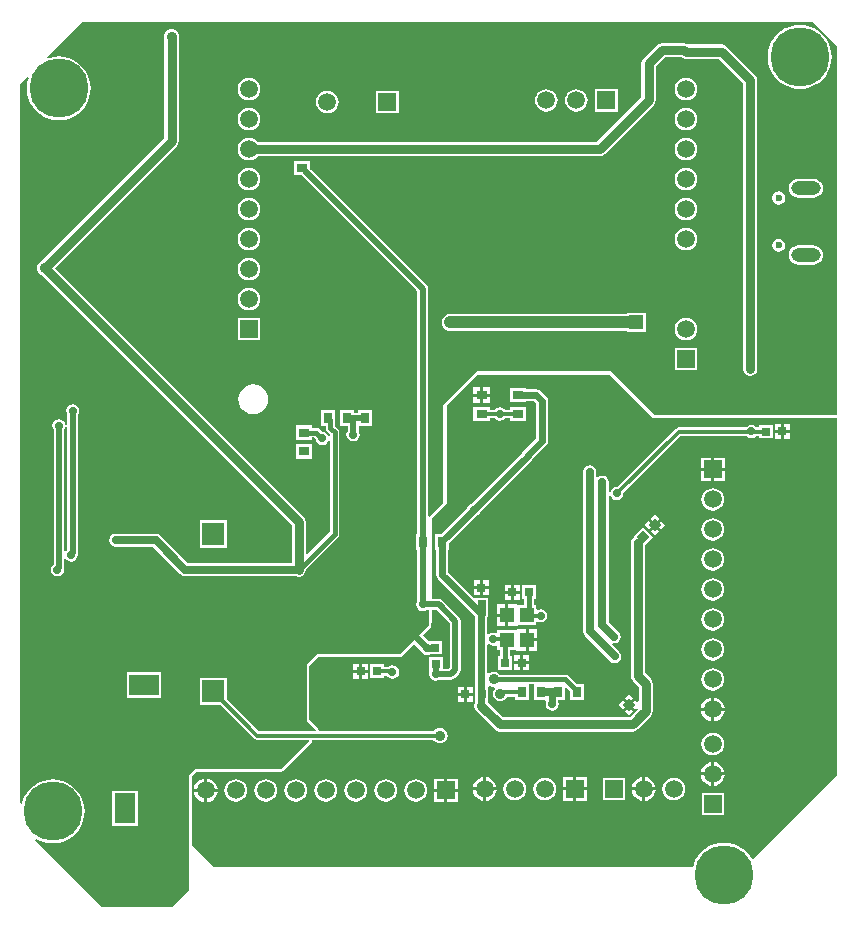
<source format=gbl>
G04*
G04 #@! TF.GenerationSoftware,Altium Limited,Altium Designer,20.0.13 (296)*
G04*
G04 Layer_Physical_Order=2*
G04 Layer_Color=16711680*
%FSLAX44Y44*%
%MOMM*%
G71*
G01*
G75*
%ADD17C,0.4000*%
%ADD18C,0.3000*%
%ADD19C,0.5000*%
%ADD35R,0.8000X0.9650*%
%ADD38R,0.9650X0.8000*%
%ADD39R,0.7620X0.7620*%
%ADD47R,0.7620X0.7620*%
%ADD97C,0.8000*%
%ADD98C,0.7000*%
%ADD99C,1.0000*%
%ADD100C,0.6000*%
%ADD101R,1.5000X1.5000*%
%ADD102C,1.5000*%
%ADD103R,1.5000X1.5000*%
%ADD104C,0.6000*%
%ADD105O,2.5000X1.2000*%
%ADD106C,1.9000*%
%ADD107R,1.9000X1.9000*%
%ADD108R,1.9000X1.9000*%
%ADD109R,1.2000X1.2000*%
%ADD110C,1.2000*%
%ADD111R,2.5000X1.8000*%
%ADD112O,2.5000X1.8000*%
%ADD113R,1.8000X2.5000*%
%ADD114O,1.8000X2.5000*%
%ADD115C,0.7000*%
%ADD116C,0.9000*%
%ADD117C,1.0000*%
%ADD118C,5.0000*%
%ADD119R,1.2000X1.3000*%
%ADD120P,1.0776X4X360.0*%
%ADD121P,1.0776X4X270.0*%
G36*
X663691Y647703D02*
Y335300D01*
X509510D01*
X471510Y373300D01*
X360010D01*
X330760Y344050D01*
Y261300D01*
X319118Y249658D01*
X317848Y250184D01*
Y442550D01*
X317499Y444306D01*
X316504Y445794D01*
X218085Y544214D01*
Y550550D01*
X204435D01*
Y538550D01*
X210771D01*
X308672Y440650D01*
Y234625D01*
X307760D01*
Y220975D01*
X308672D01*
Y178333D01*
X308079Y177446D01*
X307652Y175300D01*
X308079Y173154D01*
X309295Y171335D01*
X311114Y170119D01*
X313260Y169692D01*
X315406Y170119D01*
X316293Y170712D01*
X318510D01*
Y157300D01*
X294260Y133050D01*
X224010D01*
X215260Y124300D01*
Y76550D01*
X222768Y69042D01*
X222282Y67869D01*
X174668D01*
X147390Y95147D01*
Y113100D01*
X124390D01*
Y90100D01*
X142343D01*
X170667Y61777D01*
X171824Y61003D01*
X173190Y60731D01*
X216782D01*
X217268Y59558D01*
X193510Y35800D01*
X120760D01*
X115510Y30550D01*
Y-66700D01*
X101449Y-80761D01*
X41907D01*
X-14717Y-24137D01*
X-13925Y-23133D01*
X-12296Y-24132D01*
X-8369Y-25758D01*
X-4237Y-26750D01*
X0Y-27083D01*
X4237Y-26750D01*
X8369Y-25758D01*
X12296Y-24132D01*
X15919Y-21911D01*
X19151Y-19151D01*
X21911Y-15919D01*
X24132Y-12296D01*
X25758Y-8369D01*
X26750Y-4237D01*
X27083Y0D01*
X26750Y4237D01*
X25758Y8369D01*
X24132Y12296D01*
X21911Y15919D01*
X19151Y19151D01*
X15919Y21911D01*
X12296Y24132D01*
X8369Y25758D01*
X4237Y26750D01*
X0Y27083D01*
X-4237Y26750D01*
X-8369Y25758D01*
X-12296Y24132D01*
X-15919Y21911D01*
X-19151Y19151D01*
X-21911Y15919D01*
X-24132Y12296D01*
X-25758Y8369D01*
X-26151Y6731D01*
X-27421Y6881D01*
Y615953D01*
X-21433Y621941D01*
X-20377Y621236D01*
X-20678Y620509D01*
X-21670Y616377D01*
X-22004Y612140D01*
X-21670Y607903D01*
X-20678Y603771D01*
X-19052Y599844D01*
X-16831Y596221D01*
X-14071Y592989D01*
X-10839Y590229D01*
X-7216Y588008D01*
X-3289Y586382D01*
X843Y585390D01*
X5080Y585056D01*
X9317Y585390D01*
X13449Y586382D01*
X17376Y588008D01*
X20999Y590229D01*
X24231Y592989D01*
X26991Y596221D01*
X29212Y599844D01*
X30838Y603771D01*
X31830Y607903D01*
X32164Y612140D01*
X31830Y616377D01*
X30838Y620509D01*
X29212Y624436D01*
X26991Y628059D01*
X24231Y631291D01*
X20999Y634051D01*
X17376Y636272D01*
X13449Y637898D01*
X9317Y638890D01*
X5080Y639224D01*
X843Y638890D01*
X-3289Y637898D01*
X-4016Y637597D01*
X-4721Y638653D01*
X25397Y668771D01*
X642623D01*
X663691Y647703D01*
D02*
G37*
G36*
X508510Y332800D02*
X663691D01*
Y30481D01*
X592894Y-40316D01*
X591633Y-40167D01*
X590171Y-37781D01*
X587411Y-34549D01*
X584179Y-31789D01*
X580556Y-29568D01*
X576629Y-27942D01*
X572497Y-26950D01*
X568260Y-26616D01*
X564023Y-26950D01*
X559891Y-27942D01*
X555964Y-29568D01*
X552341Y-31789D01*
X549109Y-34549D01*
X546349Y-37781D01*
X544128Y-41404D01*
X542502Y-45331D01*
X542173Y-46700D01*
X135510D01*
X117549Y-28739D01*
Y29705D01*
X121605Y33761D01*
X193510D01*
X193510Y33761D01*
X194290Y33916D01*
X194952Y34358D01*
X218710Y58116D01*
X219152Y58778D01*
X219307Y59558D01*
X219747Y60247D01*
X220301Y60731D01*
X322305D01*
X323124Y59664D01*
X324482Y58622D01*
X326063Y57967D01*
X327760Y57744D01*
X329457Y57967D01*
X331038Y58622D01*
X332396Y59664D01*
X333438Y61022D01*
X334093Y62603D01*
X334316Y64300D01*
X334093Y65997D01*
X333438Y67578D01*
X332396Y68936D01*
X331038Y69978D01*
X329457Y70633D01*
X327760Y70856D01*
X326063Y70633D01*
X324482Y69978D01*
X323124Y68936D01*
X322305Y67869D01*
X225801D01*
X225080Y68585D01*
X224807Y69042D01*
X224652Y69822D01*
X224210Y70484D01*
X224210Y70484D01*
X217299Y77395D01*
Y123455D01*
X224855Y131011D01*
X294260D01*
X295040Y131166D01*
X295702Y131608D01*
X305972Y141878D01*
X311800Y136050D01*
X311829Y135904D01*
X313045Y134085D01*
X314864Y132869D01*
X317010Y132442D01*
X319156Y132869D01*
X319280Y132952D01*
X323286D01*
X323326Y132960D01*
X329816D01*
Y144580D01*
X318196D01*
X318196Y144580D01*
Y144580D01*
X317150Y145119D01*
X313182Y149088D01*
X319952Y155858D01*
X320394Y156520D01*
X320549Y157300D01*
Y159339D01*
X321010Y159800D01*
Y170712D01*
X324860D01*
X336172Y159399D01*
Y121951D01*
X335109Y120888D01*
X330070D01*
Y130610D01*
X318450D01*
Y118990D01*
X318450D01*
X318935Y117720D01*
X318652Y116300D01*
X319079Y114154D01*
X320295Y112335D01*
X322114Y111119D01*
X324260Y110692D01*
X326406Y111119D01*
X327293Y111712D01*
X337010D01*
X338766Y112061D01*
X340254Y113056D01*
X344004Y116806D01*
X344999Y118294D01*
X345348Y120050D01*
Y161300D01*
X344999Y163056D01*
X344004Y164544D01*
X330004Y178544D01*
X328516Y179539D01*
X326760Y179888D01*
X321010D01*
Y248550D01*
X333760Y261300D01*
Y344166D01*
X358894Y369300D01*
X472010D01*
X508510Y332800D01*
D02*
G37*
%LPC*%
G36*
X632460Y665893D02*
X628223Y665560D01*
X624091Y664568D01*
X620164Y662942D01*
X616541Y660721D01*
X613309Y657961D01*
X610549Y654729D01*
X608328Y651106D01*
X606702Y647179D01*
X605710Y643047D01*
X605377Y638810D01*
X605710Y634573D01*
X606702Y630441D01*
X608328Y626514D01*
X610549Y622891D01*
X613309Y619659D01*
X616541Y616899D01*
X620164Y614678D01*
X624091Y613052D01*
X628223Y612060D01*
X632460Y611726D01*
X636697Y612060D01*
X640829Y613052D01*
X644756Y614678D01*
X648379Y616899D01*
X651611Y619659D01*
X654371Y622891D01*
X656592Y626514D01*
X658218Y630441D01*
X659210Y634573D01*
X659544Y638810D01*
X659210Y643047D01*
X658218Y647179D01*
X656592Y651106D01*
X654371Y654729D01*
X651611Y657961D01*
X648379Y660721D01*
X644756Y662942D01*
X640829Y664568D01*
X636697Y665560D01*
X632460Y665893D01*
D02*
G37*
G36*
X536090Y621312D02*
X533610Y620985D01*
X531299Y620028D01*
X529314Y618506D01*
X527792Y616521D01*
X526834Y614210D01*
X526508Y611730D01*
X526834Y609250D01*
X527792Y606939D01*
X529314Y604955D01*
X531299Y603432D01*
X533610Y602475D01*
X536090Y602148D01*
X538570Y602475D01*
X540881Y603432D01*
X542865Y604955D01*
X544388Y606939D01*
X545345Y609250D01*
X545672Y611730D01*
X545345Y614210D01*
X544388Y616521D01*
X542865Y618506D01*
X540881Y620028D01*
X538570Y620985D01*
X536090Y621312D01*
D02*
G37*
G36*
X166090Y621167D02*
X163610Y620840D01*
X161299Y619883D01*
X159314Y618360D01*
X157792Y616376D01*
X156834Y614065D01*
X156508Y611585D01*
X156834Y609105D01*
X157792Y606794D01*
X159314Y604810D01*
X161299Y603287D01*
X163610Y602330D01*
X166090Y602003D01*
X168570Y602330D01*
X170881Y603287D01*
X172865Y604810D01*
X174388Y606794D01*
X175345Y609105D01*
X175672Y611585D01*
X175345Y614065D01*
X174388Y616376D01*
X172865Y618360D01*
X170881Y619883D01*
X168570Y620840D01*
X166090Y621167D01*
D02*
G37*
G36*
X478130Y611480D02*
X459130D01*
Y592480D01*
X478130D01*
Y611480D01*
D02*
G37*
G36*
X443230Y611562D02*
X440750Y611236D01*
X438439Y610278D01*
X436455Y608755D01*
X434932Y606771D01*
X433974Y604460D01*
X433648Y601980D01*
X433974Y599500D01*
X434932Y597189D01*
X436455Y595205D01*
X438439Y593682D01*
X440750Y592724D01*
X443230Y592398D01*
X445710Y592724D01*
X448021Y593682D01*
X450005Y595205D01*
X451528Y597189D01*
X452486Y599500D01*
X452812Y601980D01*
X452486Y604460D01*
X451528Y606771D01*
X450005Y608755D01*
X448021Y610278D01*
X445710Y611236D01*
X443230Y611562D01*
D02*
G37*
G36*
X417830D02*
X415350Y611236D01*
X413039Y610278D01*
X411054Y608755D01*
X409532Y606771D01*
X408574Y604460D01*
X408248Y601980D01*
X408574Y599500D01*
X409532Y597189D01*
X411054Y595205D01*
X413039Y593682D01*
X415350Y592724D01*
X417830Y592398D01*
X420310Y592724D01*
X422621Y593682D01*
X424605Y595205D01*
X426128Y597189D01*
X427085Y599500D01*
X427412Y601980D01*
X427085Y604460D01*
X426128Y606771D01*
X424605Y608755D01*
X422621Y610278D01*
X420310Y611236D01*
X417830Y611562D01*
D02*
G37*
G36*
X292710Y610210D02*
X273710D01*
Y591210D01*
X292710D01*
Y610210D01*
D02*
G37*
G36*
X232410Y610292D02*
X229930Y609966D01*
X227619Y609008D01*
X225634Y607485D01*
X224112Y605501D01*
X223155Y603190D01*
X222828Y600710D01*
X223155Y598230D01*
X224112Y595919D01*
X225634Y593935D01*
X227619Y592412D01*
X229930Y591455D01*
X232410Y591128D01*
X234890Y591455D01*
X237201Y592412D01*
X239185Y593935D01*
X240708Y595919D01*
X241665Y598230D01*
X241992Y600710D01*
X241665Y603190D01*
X240708Y605501D01*
X239185Y607485D01*
X237201Y609008D01*
X234890Y609966D01*
X232410Y610292D01*
D02*
G37*
G36*
X536090Y595912D02*
X533610Y595586D01*
X531299Y594628D01*
X529314Y593106D01*
X527792Y591121D01*
X526834Y588810D01*
X526508Y586330D01*
X526834Y583850D01*
X527792Y581539D01*
X529314Y579555D01*
X531299Y578032D01*
X533610Y577075D01*
X536090Y576748D01*
X538570Y577075D01*
X540881Y578032D01*
X542865Y579555D01*
X544388Y581539D01*
X545345Y583850D01*
X545672Y586330D01*
X545345Y588810D01*
X544388Y591121D01*
X542865Y593106D01*
X540881Y594628D01*
X538570Y595586D01*
X536090Y595912D01*
D02*
G37*
G36*
X166090Y595767D02*
X163610Y595440D01*
X161299Y594483D01*
X159314Y592961D01*
X157792Y590976D01*
X156834Y588665D01*
X156508Y586185D01*
X156834Y583705D01*
X157792Y581394D01*
X159314Y579410D01*
X161299Y577887D01*
X163610Y576930D01*
X166090Y576603D01*
X168570Y576930D01*
X170881Y577887D01*
X172865Y579410D01*
X174388Y581394D01*
X175345Y583705D01*
X175672Y586185D01*
X175345Y588665D01*
X174388Y590976D01*
X172865Y592961D01*
X170881Y594483D01*
X168570Y595440D01*
X166090Y595767D01*
D02*
G37*
G36*
X536090Y570512D02*
X533610Y570186D01*
X531299Y569228D01*
X529314Y567705D01*
X527792Y565721D01*
X526834Y563410D01*
X526508Y560930D01*
X526834Y558450D01*
X527792Y556139D01*
X529314Y554155D01*
X531299Y552632D01*
X533610Y551675D01*
X536090Y551348D01*
X538570Y551675D01*
X540881Y552632D01*
X542865Y554155D01*
X544388Y556139D01*
X545345Y558450D01*
X545672Y560930D01*
X545345Y563410D01*
X544388Y565721D01*
X542865Y567705D01*
X540881Y569228D01*
X538570Y570186D01*
X536090Y570512D01*
D02*
G37*
G36*
Y545112D02*
X533610Y544785D01*
X531299Y543828D01*
X529314Y542305D01*
X527792Y540321D01*
X526834Y538010D01*
X526508Y535530D01*
X526834Y533050D01*
X527792Y530739D01*
X529314Y528755D01*
X531299Y527232D01*
X533610Y526274D01*
X536090Y525948D01*
X538570Y526274D01*
X540881Y527232D01*
X542865Y528755D01*
X544388Y530739D01*
X545345Y533050D01*
X545672Y535530D01*
X545345Y538010D01*
X544388Y540321D01*
X542865Y542305D01*
X540881Y543828D01*
X538570Y544785D01*
X536090Y545112D01*
D02*
G37*
G36*
X166090Y544967D02*
X163610Y544641D01*
X161299Y543683D01*
X159314Y542160D01*
X157792Y540176D01*
X156834Y537865D01*
X156508Y535385D01*
X156834Y532905D01*
X157792Y530594D01*
X159314Y528610D01*
X161299Y527087D01*
X163610Y526130D01*
X166090Y525803D01*
X168570Y526130D01*
X170881Y527087D01*
X172865Y528610D01*
X174388Y530594D01*
X175345Y532905D01*
X175672Y535385D01*
X175345Y537865D01*
X174388Y540176D01*
X172865Y542160D01*
X170881Y543683D01*
X168570Y544641D01*
X166090Y544967D01*
D02*
G37*
G36*
X644040Y535739D02*
X631040D01*
X628952Y535464D01*
X627006Y534658D01*
X625334Y533376D01*
X624052Y531704D01*
X623246Y529758D01*
X622971Y527670D01*
X623246Y525582D01*
X624052Y523635D01*
X625334Y521964D01*
X627006Y520682D01*
X628952Y519876D01*
X631040Y519601D01*
X644040D01*
X646128Y519876D01*
X648074Y520682D01*
X649746Y521964D01*
X651028Y523635D01*
X651834Y525582D01*
X652109Y527670D01*
X651834Y529758D01*
X651028Y531704D01*
X649746Y533376D01*
X648074Y534658D01*
X646128Y535464D01*
X644040Y535739D01*
D02*
G37*
G36*
X614540Y525028D02*
X612394Y524601D01*
X610575Y523385D01*
X609359Y521566D01*
X608932Y519420D01*
X609359Y517274D01*
X610575Y515455D01*
X612394Y514239D01*
X614540Y513812D01*
X616686Y514239D01*
X618505Y515455D01*
X619721Y517274D01*
X620148Y519420D01*
X619721Y521566D01*
X618505Y523385D01*
X616686Y524601D01*
X614540Y525028D01*
D02*
G37*
G36*
X536090Y519712D02*
X533610Y519385D01*
X531299Y518428D01*
X529314Y516906D01*
X527792Y514921D01*
X526834Y512610D01*
X526508Y510130D01*
X526834Y507650D01*
X527792Y505339D01*
X529314Y503355D01*
X531299Y501832D01*
X533610Y500875D01*
X536090Y500548D01*
X538570Y500875D01*
X540881Y501832D01*
X542865Y503355D01*
X544388Y505339D01*
X545345Y507650D01*
X545672Y510130D01*
X545345Y512610D01*
X544388Y514921D01*
X542865Y516906D01*
X540881Y518428D01*
X538570Y519385D01*
X536090Y519712D01*
D02*
G37*
G36*
X166090Y519567D02*
X163610Y519240D01*
X161299Y518283D01*
X159314Y516760D01*
X157792Y514776D01*
X156834Y512465D01*
X156508Y509985D01*
X156834Y507505D01*
X157792Y505194D01*
X159314Y503210D01*
X161299Y501687D01*
X163610Y500730D01*
X166090Y500403D01*
X168570Y500730D01*
X170881Y501687D01*
X172865Y503210D01*
X174388Y505194D01*
X175345Y507505D01*
X175672Y509985D01*
X175345Y512465D01*
X174388Y514776D01*
X172865Y516760D01*
X170881Y518283D01*
X168570Y519240D01*
X166090Y519567D01*
D02*
G37*
G36*
X536090Y494312D02*
X533610Y493985D01*
X531299Y493028D01*
X529314Y491506D01*
X527792Y489521D01*
X526834Y487210D01*
X526508Y484730D01*
X526834Y482250D01*
X527792Y479939D01*
X529314Y477955D01*
X531299Y476432D01*
X533610Y475475D01*
X536090Y475148D01*
X538570Y475475D01*
X540881Y476432D01*
X542865Y477955D01*
X544388Y479939D01*
X545345Y482250D01*
X545672Y484730D01*
X545345Y487210D01*
X544388Y489521D01*
X542865Y491506D01*
X540881Y493028D01*
X538570Y493985D01*
X536090Y494312D01*
D02*
G37*
G36*
X166090Y494167D02*
X163610Y493840D01*
X161299Y492883D01*
X159314Y491361D01*
X157792Y489376D01*
X156834Y487065D01*
X156508Y484585D01*
X156834Y482105D01*
X157792Y479794D01*
X159314Y477810D01*
X161299Y476287D01*
X163610Y475330D01*
X166090Y475003D01*
X168570Y475330D01*
X170881Y476287D01*
X172865Y477810D01*
X174388Y479794D01*
X175345Y482105D01*
X175672Y484585D01*
X175345Y487065D01*
X174388Y489376D01*
X172865Y491361D01*
X170881Y492883D01*
X168570Y493840D01*
X166090Y494167D01*
D02*
G37*
G36*
X614540Y485028D02*
X612394Y484601D01*
X610575Y483385D01*
X609359Y481566D01*
X608932Y479420D01*
X609359Y477274D01*
X610575Y475455D01*
X612394Y474239D01*
X614540Y473812D01*
X616686Y474239D01*
X618505Y475455D01*
X619721Y477274D01*
X620148Y479420D01*
X619721Y481566D01*
X618505Y483385D01*
X616686Y484601D01*
X614540Y485028D01*
D02*
G37*
G36*
X644040Y479239D02*
X631040D01*
X628952Y478964D01*
X627006Y478158D01*
X625334Y476876D01*
X624052Y475205D01*
X623246Y473258D01*
X622971Y471170D01*
X623246Y469082D01*
X624052Y467136D01*
X625334Y465464D01*
X627006Y464182D01*
X628952Y463376D01*
X631040Y463101D01*
X644040D01*
X646128Y463376D01*
X648074Y464182D01*
X649746Y465464D01*
X651028Y467136D01*
X651834Y469082D01*
X652109Y471170D01*
X651834Y473258D01*
X651028Y475205D01*
X649746Y476876D01*
X648074Y478158D01*
X646128Y478964D01*
X644040Y479239D01*
D02*
G37*
G36*
X166090Y468767D02*
X163610Y468441D01*
X161299Y467483D01*
X159314Y465961D01*
X157792Y463976D01*
X156834Y461665D01*
X156508Y459185D01*
X156834Y456705D01*
X157792Y454394D01*
X159314Y452410D01*
X161299Y450887D01*
X163610Y449930D01*
X166090Y449603D01*
X168570Y449930D01*
X170881Y450887D01*
X172865Y452410D01*
X174388Y454394D01*
X175345Y456705D01*
X175672Y459185D01*
X175345Y461665D01*
X174388Y463976D01*
X172865Y465961D01*
X170881Y467483D01*
X168570Y468441D01*
X166090Y468767D01*
D02*
G37*
G36*
Y443367D02*
X163610Y443040D01*
X161299Y442083D01*
X159314Y440560D01*
X157792Y438576D01*
X156834Y436265D01*
X156508Y433785D01*
X156834Y431305D01*
X157792Y428994D01*
X159314Y427010D01*
X161299Y425487D01*
X163610Y424529D01*
X166090Y424203D01*
X168570Y424529D01*
X170881Y425487D01*
X172865Y427010D01*
X174388Y428994D01*
X175345Y431305D01*
X175672Y433785D01*
X175345Y436265D01*
X174388Y438576D01*
X172865Y440560D01*
X170881Y442083D01*
X168570Y443040D01*
X166090Y443367D01*
D02*
G37*
G36*
X502030Y422020D02*
X486030D01*
Y421080D01*
X336540D01*
X334713Y420840D01*
X333010Y420135D01*
X331548Y419012D01*
X330426Y417550D01*
X329720Y415847D01*
X329480Y414020D01*
X329720Y412193D01*
X330426Y410490D01*
X331548Y409028D01*
X333010Y407906D01*
X334713Y407200D01*
X336540Y406960D01*
X486030D01*
Y406020D01*
X502030D01*
Y422020D01*
D02*
G37*
G36*
X536090Y418112D02*
X533610Y417785D01*
X531299Y416828D01*
X529314Y415305D01*
X527792Y413321D01*
X526834Y411010D01*
X526508Y408530D01*
X526834Y406050D01*
X527792Y403739D01*
X529314Y401755D01*
X531299Y400232D01*
X533610Y399275D01*
X536090Y398948D01*
X538570Y399275D01*
X540881Y400232D01*
X542865Y401755D01*
X544388Y403739D01*
X545345Y406050D01*
X545672Y408530D01*
X545345Y411010D01*
X544388Y413321D01*
X542865Y415305D01*
X540881Y416828D01*
X538570Y417785D01*
X536090Y418112D01*
D02*
G37*
G36*
X175590Y417885D02*
X156590D01*
Y398885D01*
X175590D01*
Y417885D01*
D02*
G37*
G36*
X545590Y392630D02*
X526590D01*
Y373630D01*
X545590D01*
Y392630D01*
D02*
G37*
G36*
X534760Y650667D02*
X515760D01*
X513419Y650202D01*
X511434Y648876D01*
X500184Y637626D01*
X498858Y635641D01*
X498392Y633300D01*
Y604834D01*
X460461Y566903D01*
X173370D01*
X172865Y567561D01*
X170881Y569083D01*
X168570Y570041D01*
X166090Y570367D01*
X163610Y570041D01*
X161299Y569083D01*
X159314Y567561D01*
X157792Y565576D01*
X156834Y563265D01*
X156508Y560785D01*
X156834Y558305D01*
X157792Y555994D01*
X159314Y554010D01*
X161299Y552487D01*
X163610Y551530D01*
X166090Y551203D01*
X168570Y551530D01*
X170881Y552487D01*
X172865Y554010D01*
X173370Y554668D01*
X204435D01*
Y554550D01*
X218085D01*
Y554668D01*
X462995D01*
X465336Y555133D01*
X467321Y556459D01*
X508836Y597974D01*
X510162Y599959D01*
X510628Y602300D01*
Y630766D01*
X518294Y638433D01*
X532495D01*
X533669Y637648D01*
X536010Y637183D01*
X564226D01*
X584393Y617016D01*
Y374800D01*
X584858Y372459D01*
X586184Y370474D01*
X588169Y369148D01*
X590510Y368683D01*
X592851Y369148D01*
X594836Y370474D01*
X596162Y372459D01*
X596628Y374800D01*
Y619550D01*
X596162Y621891D01*
X594836Y623876D01*
X571086Y647626D01*
X569101Y648952D01*
X566760Y649417D01*
X538275D01*
X537101Y650202D01*
X534760Y650667D01*
D02*
G37*
G36*
X169590Y361554D02*
X166316Y361123D01*
X163265Y359859D01*
X160646Y357849D01*
X158636Y355229D01*
X157372Y352179D01*
X156941Y348905D01*
X157372Y345631D01*
X158636Y342580D01*
X160646Y339961D01*
X163265Y337951D01*
X166316Y336687D01*
X169590Y336256D01*
X172864Y336687D01*
X175914Y337951D01*
X178534Y339961D01*
X180544Y342580D01*
X181808Y345631D01*
X182239Y348905D01*
X181808Y352179D01*
X180544Y355229D01*
X178534Y357849D01*
X175914Y359859D01*
X172864Y361123D01*
X169590Y361554D01*
D02*
G37*
G36*
X255010Y339875D02*
X243010D01*
Y326225D01*
X249672D01*
Y322083D01*
X249079Y321196D01*
X248652Y319050D01*
X249079Y316904D01*
X250295Y315085D01*
X252114Y313869D01*
X254260Y313442D01*
X256406Y313869D01*
X258225Y315085D01*
X259441Y316904D01*
X259868Y319050D01*
X259441Y321196D01*
X258848Y322083D01*
Y325975D01*
X270260D01*
Y339625D01*
X258260D01*
Y337513D01*
X255010D01*
Y339875D01*
D02*
G37*
G36*
X219835Y310800D02*
X206185D01*
Y298800D01*
X219835D01*
Y310800D01*
D02*
G37*
G36*
X147390Y246450D02*
X124390D01*
Y223450D01*
X147390D01*
Y246450D01*
D02*
G37*
G36*
X16872Y344736D02*
X14726Y344309D01*
X12907Y343093D01*
X11691Y341274D01*
X11264Y339128D01*
X11691Y336982D01*
X12284Y336095D01*
Y221606D01*
X11637Y221173D01*
X11046Y220289D01*
X9776Y220675D01*
Y323595D01*
X10369Y324482D01*
X10796Y326628D01*
X10369Y328774D01*
X9153Y330593D01*
X7334Y331809D01*
X5188Y332236D01*
X3042Y331809D01*
X1223Y330593D01*
X7Y328774D01*
X-420Y326628D01*
X7Y324482D01*
X600Y323595D01*
Y209106D01*
X-47Y208673D01*
X-1263Y206854D01*
X-1690Y204708D01*
X-1263Y202562D01*
X-47Y200743D01*
X1772Y199527D01*
X3918Y199100D01*
X6064Y199527D01*
X7883Y200743D01*
X9099Y202562D01*
X9526Y204708D01*
X9471Y204984D01*
X9776Y206519D01*
Y213741D01*
X11046Y214127D01*
X11637Y213243D01*
X13456Y212027D01*
X15602Y211600D01*
X17748Y212027D01*
X19567Y213243D01*
X20783Y215062D01*
X21210Y217208D01*
X21155Y217484D01*
X21460Y219019D01*
Y336095D01*
X22053Y336982D01*
X22480Y339128D01*
X22053Y341274D01*
X20837Y343093D01*
X19018Y344309D01*
X16872Y344736D01*
D02*
G37*
G36*
X100510Y662606D02*
X98813Y662383D01*
X97232Y661728D01*
X95874Y660686D01*
X94832Y659328D01*
X94177Y657747D01*
X93954Y656050D01*
X94177Y654353D01*
X94392Y653834D01*
Y569834D01*
X-9577Y465864D01*
X-10018Y465682D01*
X-11376Y464640D01*
X-12418Y463282D01*
X-13073Y461701D01*
X-13296Y460004D01*
X-13073Y458307D01*
X-12418Y456726D01*
X-11376Y455368D01*
X-10018Y454326D01*
X-9499Y454111D01*
X202143Y242470D01*
Y210408D01*
X114333D01*
X91067Y233673D01*
X89248Y234889D01*
X87102Y235316D01*
X53352D01*
X51206Y234889D01*
X49387Y233673D01*
X48171Y231854D01*
X47744Y229708D01*
X48171Y227562D01*
X49387Y225743D01*
X51206Y224527D01*
X53352Y224100D01*
X84779D01*
X108045Y200835D01*
X109864Y199619D01*
X112010Y199192D01*
X205853D01*
X205919Y199148D01*
X208260Y198682D01*
X210601Y199148D01*
X212586Y200474D01*
X213912Y202459D01*
X214377Y204800D01*
Y205150D01*
X241394Y232166D01*
X241394Y232166D01*
X242278Y233489D01*
X242588Y235050D01*
Y321300D01*
X242588Y321300D01*
X242278Y322861D01*
X241394Y324184D01*
X241394Y324184D01*
X239088Y326489D01*
Y331050D01*
X239010Y331444D01*
Y339875D01*
X227010D01*
Y326225D01*
X230932D01*
Y324800D01*
X230932Y324800D01*
X231242Y323239D01*
X232126Y321916D01*
X234432Y319611D01*
Y318201D01*
X233281Y317965D01*
X233162Y317990D01*
X231975Y319765D01*
X230156Y320981D01*
X228210Y321368D01*
X225894Y323684D01*
X224571Y324568D01*
X223010Y324878D01*
X223010Y324878D01*
X219835D01*
Y326800D01*
X206185D01*
Y314800D01*
X219835D01*
Y316722D01*
X221321D01*
X222442Y315600D01*
X222829Y313654D01*
X224045Y311835D01*
X225864Y310619D01*
X228010Y310192D01*
X230156Y310619D01*
X231975Y311835D01*
X233162Y313610D01*
X233281Y313635D01*
X234432Y313399D01*
Y236739D01*
X215551Y217859D01*
X214377Y218344D01*
Y245004D01*
X213912Y247345D01*
X212586Y249330D01*
X1889Y460027D01*
X104836Y562974D01*
X106162Y564959D01*
X106628Y567300D01*
Y653834D01*
X106843Y654353D01*
X107066Y656050D01*
X106843Y657747D01*
X106188Y659328D01*
X105146Y660686D01*
X103788Y661728D01*
X102207Y662383D01*
X100510Y662606D01*
D02*
G37*
G36*
X91970Y117680D02*
X62970D01*
Y95680D01*
X91970D01*
Y117680D01*
D02*
G37*
G36*
X71960Y17040D02*
X49960D01*
Y-11960D01*
X71960D01*
Y17040D01*
D02*
G37*
G36*
X370375Y359090D02*
X364280D01*
Y353820D01*
X370375D01*
Y359090D01*
D02*
G37*
G36*
X361740D02*
X355645D01*
Y353820D01*
X361740D01*
Y359090D01*
D02*
G37*
G36*
X370375Y351280D02*
X364280D01*
Y346010D01*
X370375D01*
Y351280D01*
D02*
G37*
G36*
X361740D02*
X355645D01*
Y346010D01*
X361740D01*
Y351280D01*
D02*
G37*
G36*
X369835Y342550D02*
X356185D01*
Y330550D01*
X369835D01*
Y332981D01*
X374280D01*
X374545Y332585D01*
X376364Y331369D01*
X378510Y330942D01*
X380656Y331369D01*
X382475Y332585D01*
X382740Y332981D01*
X387185D01*
Y330550D01*
X400835D01*
Y342550D01*
X387185D01*
Y340119D01*
X382740D01*
X382475Y340515D01*
X380656Y341731D01*
X378510Y342158D01*
X376364Y341731D01*
X374545Y340515D01*
X374280Y340119D01*
X369835D01*
Y342550D01*
D02*
G37*
G36*
X609360Y327460D02*
X597740D01*
Y325219D01*
X595840D01*
X595475Y325765D01*
X593656Y326981D01*
X591510Y327408D01*
X589364Y326981D01*
X587545Y325765D01*
X587179Y325219D01*
X529860D01*
X528494Y324947D01*
X527337Y324173D01*
X477978Y274815D01*
X477510Y274908D01*
X475364Y274481D01*
X473545Y273265D01*
X472329Y271446D01*
X472138Y270484D01*
X470868Y270609D01*
Y278800D01*
X470441Y280946D01*
X469225Y282765D01*
X467406Y283981D01*
X465260Y284408D01*
X463114Y283981D01*
X461388Y282827D01*
X460205Y283096D01*
X460118Y283122D01*
Y287714D01*
X459691Y289860D01*
X458475Y291679D01*
X456656Y292895D01*
X454510Y293322D01*
X452364Y292895D01*
X450545Y291679D01*
X449329Y289860D01*
X448902Y287714D01*
Y152550D01*
X449329Y150404D01*
X450545Y148585D01*
X471795Y127335D01*
X473614Y126119D01*
X475760Y125692D01*
X477906Y126119D01*
X479725Y127335D01*
X480941Y129154D01*
X481368Y131300D01*
X480941Y133446D01*
X479725Y135265D01*
X473491Y141499D01*
X474117Y142670D01*
X475260Y142442D01*
X477406Y142869D01*
X479225Y144085D01*
X480441Y145904D01*
X480868Y148050D01*
X480441Y150196D01*
X479225Y152015D01*
X470868Y160373D01*
Y267991D01*
X472138Y268116D01*
X472329Y267154D01*
X473545Y265335D01*
X475364Y264119D01*
X477510Y263692D01*
X479656Y264119D01*
X481475Y265335D01*
X482691Y267154D01*
X483118Y269300D01*
X483025Y269768D01*
X531338Y318081D01*
X587380D01*
X587545Y317835D01*
X589364Y316619D01*
X591510Y316192D01*
X593656Y316619D01*
X595475Y317835D01*
X595640Y318081D01*
X597740D01*
Y315840D01*
X609360D01*
Y327460D01*
D02*
G37*
G36*
X623870Y328254D02*
X618790D01*
Y323174D01*
X623870D01*
Y328254D01*
D02*
G37*
G36*
X616250D02*
X611170D01*
Y323174D01*
X616250D01*
Y328254D01*
D02*
G37*
G36*
X623870Y320634D02*
X618790D01*
Y315554D01*
X623870D01*
Y320634D01*
D02*
G37*
G36*
X616250D02*
X611170D01*
Y315554D01*
X616250D01*
Y320634D01*
D02*
G37*
G36*
X568840Y299600D02*
X560070D01*
Y290830D01*
X568840D01*
Y299600D01*
D02*
G37*
G36*
X557530D02*
X548760D01*
Y290830D01*
X557530D01*
Y299600D01*
D02*
G37*
G36*
X568840Y288290D02*
X560070D01*
Y279520D01*
X568840D01*
Y288290D01*
D02*
G37*
G36*
X557530D02*
X548760D01*
Y279520D01*
X557530D01*
Y288290D01*
D02*
G37*
G36*
X558800Y273742D02*
X556320Y273416D01*
X554009Y272458D01*
X552024Y270935D01*
X550502Y268951D01*
X549544Y266640D01*
X549218Y264160D01*
X549544Y261680D01*
X550502Y259369D01*
X552024Y257384D01*
X554009Y255862D01*
X556320Y254904D01*
X558800Y254578D01*
X561280Y254904D01*
X563591Y255862D01*
X565575Y257384D01*
X567098Y259369D01*
X568055Y261680D01*
X568382Y264160D01*
X568055Y266640D01*
X567098Y268951D01*
X565575Y270935D01*
X563591Y272458D01*
X561280Y273416D01*
X558800Y273742D01*
D02*
G37*
G36*
X509760Y251530D02*
X506168Y247938D01*
X509760Y244346D01*
X513352Y247938D01*
X509760Y251530D01*
D02*
G37*
G36*
X515148Y246142D02*
X511556Y242550D01*
X515148Y238958D01*
X518740Y242550D01*
X515148Y246142D01*
D02*
G37*
G36*
X504372Y246142D02*
X500780Y242550D01*
X504372Y238958D01*
X507964Y242550D01*
X504372Y246142D01*
D02*
G37*
G36*
X509760Y240754D02*
X506168Y237162D01*
X509760Y233570D01*
X513352Y237162D01*
X509760Y240754D01*
D02*
G37*
G36*
X558800Y248342D02*
X556320Y248015D01*
X554009Y247058D01*
X552024Y245536D01*
X550502Y243551D01*
X549544Y241240D01*
X549218Y238760D01*
X549544Y236280D01*
X550502Y233969D01*
X552024Y231985D01*
X554009Y230462D01*
X556320Y229505D01*
X558800Y229178D01*
X561280Y229505D01*
X563591Y230462D01*
X565575Y231985D01*
X567098Y233969D01*
X568055Y236280D01*
X568382Y238760D01*
X568055Y241240D01*
X567098Y243551D01*
X565575Y245536D01*
X563591Y247058D01*
X561280Y248015D01*
X558800Y248342D01*
D02*
G37*
G36*
Y222942D02*
X556320Y222616D01*
X554009Y221658D01*
X552024Y220135D01*
X550502Y218151D01*
X549544Y215840D01*
X549218Y213360D01*
X549544Y210880D01*
X550502Y208569D01*
X552024Y206585D01*
X554009Y205062D01*
X556320Y204104D01*
X558800Y203778D01*
X561280Y204104D01*
X563591Y205062D01*
X565575Y206585D01*
X567098Y208569D01*
X568055Y210880D01*
X568382Y213360D01*
X568055Y215840D01*
X567098Y218151D01*
X565575Y220135D01*
X563591Y221658D01*
X561280Y222616D01*
X558800Y222942D01*
D02*
G37*
G36*
X369106Y195620D02*
X364026D01*
Y190540D01*
X369106D01*
Y195620D01*
D02*
G37*
G36*
X361486D02*
X356406D01*
Y190540D01*
X361486D01*
Y195620D01*
D02*
G37*
G36*
X395390Y191896D02*
X390310D01*
Y186816D01*
X395390D01*
Y191896D01*
D02*
G37*
G36*
X387770D02*
X382690D01*
Y186816D01*
X387770D01*
Y191896D01*
D02*
G37*
G36*
X369106Y188000D02*
X364026D01*
Y182920D01*
X369106D01*
Y188000D01*
D02*
G37*
G36*
X361486D02*
X356406D01*
Y182920D01*
X361486D01*
Y188000D01*
D02*
G37*
G36*
X395390Y184276D02*
X390310D01*
Y179196D01*
X395390D01*
Y184276D01*
D02*
G37*
G36*
X387770D02*
X382690D01*
Y179196D01*
X387770D01*
Y184276D01*
D02*
G37*
G36*
X558800Y197542D02*
X556320Y197215D01*
X554009Y196258D01*
X552024Y194735D01*
X550502Y192751D01*
X549544Y190440D01*
X549218Y187960D01*
X549544Y185480D01*
X550502Y183169D01*
X552024Y181185D01*
X554009Y179662D01*
X556320Y178704D01*
X558800Y178378D01*
X561280Y178704D01*
X563591Y179662D01*
X565575Y181185D01*
X567098Y183169D01*
X568055Y185480D01*
X568382Y187960D01*
X568055Y190440D01*
X567098Y192751D01*
X565575Y194735D01*
X563591Y196258D01*
X561280Y197215D01*
X558800Y197542D01*
D02*
G37*
G36*
X408820Y191610D02*
X397200D01*
Y179990D01*
X398932D01*
Y174800D01*
X394096Y174800D01*
X393050Y175340D01*
X392464Y175340D01*
X385780D01*
Y166300D01*
Y157260D01*
X393050Y157260D01*
X394096Y157800D01*
X394320Y157800D01*
X409510D01*
Y160177D01*
X410630Y160775D01*
X410864Y160619D01*
X413010Y160192D01*
X415156Y160619D01*
X416975Y161835D01*
X418191Y163654D01*
X418618Y165800D01*
X418191Y167946D01*
X416975Y169765D01*
X415156Y170981D01*
X413010Y171408D01*
X410864Y170981D01*
X410630Y170825D01*
X409510Y171423D01*
Y174800D01*
X407088D01*
Y179990D01*
X408820D01*
Y191610D01*
D02*
G37*
G36*
X383240Y175340D02*
X375970D01*
Y167570D01*
X383240D01*
Y175340D01*
D02*
G37*
G36*
Y165030D02*
X375970D01*
Y157260D01*
X383240D01*
Y165030D01*
D02*
G37*
G36*
X558800Y172142D02*
X556320Y171815D01*
X554009Y170858D01*
X552024Y169335D01*
X550502Y167351D01*
X549544Y165040D01*
X549218Y162560D01*
X549544Y160080D01*
X550502Y157769D01*
X552024Y155785D01*
X554009Y154262D01*
X556320Y153305D01*
X558800Y152978D01*
X561280Y153305D01*
X563591Y154262D01*
X565575Y155785D01*
X567098Y157769D01*
X568055Y160080D01*
X568382Y162560D01*
X568055Y165040D01*
X567098Y167351D01*
X565575Y169335D01*
X563591Y170858D01*
X561280Y171815D01*
X558800Y172142D01*
D02*
G37*
G36*
X402780Y154340D02*
Y146570D01*
X410050D01*
Y154340D01*
X402780D01*
D02*
G37*
G36*
X410050Y144030D02*
X402780D01*
Y136260D01*
X410050D01*
Y144030D01*
D02*
G37*
G36*
X558800Y146742D02*
X556320Y146415D01*
X554009Y145458D01*
X552024Y143935D01*
X550502Y141951D01*
X549544Y139640D01*
X549218Y137160D01*
X549544Y134680D01*
X550502Y132369D01*
X552024Y130385D01*
X554009Y128862D01*
X556320Y127905D01*
X558800Y127578D01*
X561280Y127905D01*
X563591Y128862D01*
X565575Y130385D01*
X567098Y132369D01*
X568055Y134680D01*
X568382Y137160D01*
X568055Y139640D01*
X567098Y141951D01*
X565575Y143935D01*
X563591Y145458D01*
X561280Y146415D01*
X558800Y146742D01*
D02*
G37*
G36*
X403330Y132404D02*
X398250D01*
Y127324D01*
X403330D01*
Y132404D01*
D02*
G37*
G36*
X395710D02*
X390630D01*
Y127324D01*
X395710D01*
Y132404D01*
D02*
G37*
G36*
X266933Y125232D02*
X261853D01*
Y120152D01*
X266933D01*
Y125232D01*
D02*
G37*
G36*
X259313D02*
X254233D01*
Y120152D01*
X259313D01*
Y125232D01*
D02*
G37*
G36*
X403330Y124784D02*
X398250D01*
Y119704D01*
X403330D01*
Y124784D01*
D02*
G37*
G36*
X395710D02*
X390630D01*
Y119704D01*
X395710D01*
Y124784D01*
D02*
G37*
G36*
X266933Y117612D02*
X261853D01*
Y112532D01*
X266933D01*
Y117612D01*
D02*
G37*
G36*
X259313D02*
X254233D01*
Y112532D01*
X259313D01*
Y117612D01*
D02*
G37*
G36*
X280363Y124946D02*
X268743D01*
Y113326D01*
X280363D01*
Y115055D01*
X282997D01*
X283605Y114145D01*
X285424Y112929D01*
X287570Y112502D01*
X289716Y112929D01*
X291535Y114145D01*
X292751Y115964D01*
X293178Y118110D01*
X292751Y120256D01*
X291535Y122075D01*
X289716Y123291D01*
X287570Y123718D01*
X285424Y123291D01*
X283779Y122192D01*
X280363D01*
Y124946D01*
D02*
G37*
G36*
X558800Y121342D02*
X556320Y121016D01*
X554009Y120058D01*
X552024Y118535D01*
X550502Y116551D01*
X549544Y114240D01*
X549218Y111760D01*
X549544Y109280D01*
X550502Y106969D01*
X552024Y104985D01*
X554009Y103462D01*
X556320Y102505D01*
X558800Y102178D01*
X561280Y102505D01*
X563591Y103462D01*
X565575Y104985D01*
X567098Y106969D01*
X568055Y109280D01*
X568382Y111760D01*
X568055Y114240D01*
X567098Y116551D01*
X565575Y118535D01*
X563591Y120058D01*
X561280Y121016D01*
X558800Y121342D01*
D02*
G37*
G36*
X355360Y105400D02*
X350280D01*
Y100320D01*
X355360D01*
Y105400D01*
D02*
G37*
G36*
X347740D02*
X342660D01*
Y100320D01*
X347740D01*
Y105400D01*
D02*
G37*
G36*
X355360Y97780D02*
X350280D01*
Y92700D01*
X355360D01*
Y97780D01*
D02*
G37*
G36*
X347740D02*
X342660D01*
Y92700D01*
X347740D01*
Y97780D01*
D02*
G37*
G36*
X487952Y99479D02*
X484360Y95887D01*
X487952Y92295D01*
X491544Y95887D01*
X487952Y99479D01*
D02*
G37*
G36*
X560070Y96319D02*
Y87630D01*
X568759D01*
X568582Y88981D01*
X567570Y91423D01*
X565961Y93521D01*
X563863Y95130D01*
X561421Y96142D01*
X560070Y96319D01*
D02*
G37*
G36*
X557530D02*
X556179Y96142D01*
X553737Y95130D01*
X551639Y93521D01*
X550030Y91423D01*
X549018Y88981D01*
X548841Y87630D01*
X557530D01*
Y96319D01*
D02*
G37*
G36*
X482564Y94091D02*
X478972Y90499D01*
X482564Y86907D01*
X486156Y90499D01*
X482564Y94091D01*
D02*
G37*
G36*
X487952Y88703D02*
X484360Y85111D01*
X487952Y81518D01*
X491544Y85111D01*
X487952Y88703D01*
D02*
G37*
G36*
X568759Y85090D02*
X560070D01*
Y76401D01*
X561421Y76578D01*
X563863Y77590D01*
X565961Y79199D01*
X567570Y81297D01*
X568582Y83739D01*
X568759Y85090D01*
D02*
G37*
G36*
X557530D02*
X548841D01*
X549018Y83739D01*
X550030Y81297D01*
X551639Y79199D01*
X553737Y77590D01*
X556179Y76578D01*
X557530Y76401D01*
Y85090D01*
D02*
G37*
G36*
X400835Y358550D02*
X387185D01*
Y346550D01*
X400835D01*
Y347452D01*
X407398D01*
X409162Y345688D01*
Y316162D01*
X398655Y305655D01*
X397550Y304001D01*
X397457Y303531D01*
X354479Y260553D01*
X354114Y260481D01*
X352295Y259265D01*
X351079Y257446D01*
X351007Y257081D01*
X328550Y234625D01*
X323760D01*
Y220975D01*
X324662D01*
Y200300D01*
X325050Y198349D01*
X326155Y196695D01*
X357800Y165050D01*
X357822Y164940D01*
Y105114D01*
X357170D01*
Y93494D01*
X357170D01*
X357447Y92224D01*
X357178Y91821D01*
X356712Y89480D01*
X357178Y87139D01*
X358504Y85154D01*
X374234Y69424D01*
X376219Y68098D01*
X378560Y67632D01*
X490960D01*
X493301Y68098D01*
X495286Y69424D01*
X506336Y80474D01*
X507662Y82459D01*
X508128Y84800D01*
Y108300D01*
X507662Y110641D01*
X506336Y112626D01*
X501377Y117584D01*
Y225592D01*
X508278Y232492D01*
X500061Y240709D01*
X491845Y232492D01*
X491845Y232492D01*
X490934Y231876D01*
X490871Y231781D01*
X489608Y229891D01*
X489142Y227550D01*
Y115050D01*
X489608Y112709D01*
X490934Y110724D01*
X495892Y105766D01*
Y93198D01*
X494719Y92712D01*
X493340Y94091D01*
X489748Y90499D01*
X493340Y86907D01*
X493817Y87383D01*
X495195Y86965D01*
X495249Y86691D01*
X488426Y79868D01*
X381094D01*
X368737Y92224D01*
X368790Y93494D01*
X368790D01*
Y105114D01*
X368790D01*
X368777Y105446D01*
X369982Y106122D01*
X371563Y105467D01*
X373260Y105244D01*
X373477Y105272D01*
X374096Y104073D01*
X373332Y103078D01*
X372677Y101497D01*
X372454Y99800D01*
X372677Y98103D01*
X373332Y96522D01*
X374374Y95164D01*
X375732Y94122D01*
X377313Y93467D01*
X379010Y93244D01*
X380707Y93467D01*
X382288Y94122D01*
X383646Y95164D01*
X384688Y96522D01*
X384982Y97231D01*
X391010D01*
Y93975D01*
X403010D01*
X403010Y107625D01*
X404240Y107722D01*
X405780D01*
X407010Y107625D01*
Y93975D01*
X416856D01*
X417460Y93138D01*
X417615Y92705D01*
X417222Y90730D01*
X417649Y88584D01*
X418865Y86765D01*
X420684Y85549D01*
X422830Y85122D01*
X424976Y85549D01*
X426795Y86765D01*
X428011Y88584D01*
X428438Y90730D01*
X428108Y92388D01*
Y93975D01*
X434010D01*
Y104198D01*
X435183Y104684D01*
X438010Y101857D01*
Y93975D01*
X450010D01*
Y107625D01*
X443778D01*
X436719Y114684D01*
X435396Y115568D01*
X433835Y115878D01*
X433835Y115878D01*
X378324D01*
X377896Y116436D01*
X376538Y117478D01*
X374957Y118133D01*
X373260Y118356D01*
X371563Y118133D01*
X369982Y117478D01*
X369288Y116945D01*
X368018Y117571D01*
Y141259D01*
X369288Y141672D01*
X370864Y140619D01*
X373010Y140192D01*
X375156Y140619D01*
X375390Y140775D01*
X376510Y140177D01*
Y136800D01*
X378932D01*
Y131610D01*
X377200D01*
Y119990D01*
X388820D01*
Y131610D01*
X387088D01*
Y136800D01*
X391924Y136800D01*
X392970Y136260D01*
X393556Y136260D01*
X400240D01*
Y145300D01*
Y154340D01*
X392970Y154340D01*
X391924Y153800D01*
X391700Y153800D01*
X376510D01*
Y151423D01*
X375390Y150824D01*
X375156Y150981D01*
X373010Y151408D01*
X370864Y150981D01*
X369288Y149928D01*
X368018Y150340D01*
Y164645D01*
X368191Y164904D01*
X368618Y167050D01*
X368385Y168220D01*
X368820Y169490D01*
X368820D01*
Y181110D01*
X357200D01*
Y181110D01*
X356464Y180805D01*
X334858Y202412D01*
Y220975D01*
X335760D01*
Y227415D01*
X358580Y250235D01*
X360225Y251335D01*
X361325Y252980D01*
X405865Y297520D01*
X406970Y299174D01*
X407063Y299644D01*
X417865Y310445D01*
X418970Y312099D01*
X419358Y314050D01*
Y347800D01*
X418970Y349751D01*
X417865Y351405D01*
X413115Y356155D01*
X411461Y357260D01*
X409510Y357648D01*
X400835D01*
Y358550D01*
D02*
G37*
G36*
X558800Y66732D02*
X556320Y66406D01*
X554009Y65448D01*
X552024Y63925D01*
X550502Y61941D01*
X549544Y59630D01*
X549218Y57150D01*
X549544Y54670D01*
X550502Y52359D01*
X552024Y50374D01*
X554009Y48852D01*
X556320Y47895D01*
X558800Y47568D01*
X561280Y47895D01*
X563591Y48852D01*
X565575Y50374D01*
X567098Y52359D01*
X568055Y54670D01*
X568382Y57150D01*
X568055Y59630D01*
X567098Y61941D01*
X565575Y63925D01*
X563591Y65448D01*
X561280Y66406D01*
X558800Y66732D01*
D02*
G37*
G36*
X560070Y41709D02*
Y33020D01*
X568759D01*
X568582Y34371D01*
X567570Y36813D01*
X565961Y38911D01*
X563863Y40520D01*
X561421Y41532D01*
X560070Y41709D01*
D02*
G37*
G36*
X557530D02*
X556179Y41532D01*
X553737Y40520D01*
X551639Y38911D01*
X550030Y36813D01*
X549018Y34371D01*
X548841Y33020D01*
X557530D01*
Y41709D01*
D02*
G37*
G36*
X568759Y30480D02*
X560070D01*
Y21791D01*
X561421Y21968D01*
X563863Y22980D01*
X565961Y24589D01*
X567570Y26687D01*
X568582Y29129D01*
X568759Y30480D01*
D02*
G37*
G36*
X557530D02*
X548841D01*
X549018Y29129D01*
X550030Y26687D01*
X551639Y24589D01*
X553737Y22980D01*
X556179Y21968D01*
X557530Y21791D01*
Y30480D01*
D02*
G37*
G36*
X452000Y29090D02*
X443230D01*
Y20320D01*
X452000D01*
Y29090D01*
D02*
G37*
G36*
X367030Y29009D02*
Y20320D01*
X375719D01*
X375542Y21671D01*
X374530Y24113D01*
X372921Y26211D01*
X370823Y27820D01*
X368381Y28832D01*
X367030Y29009D01*
D02*
G37*
G36*
X501650D02*
Y20320D01*
X510339D01*
X510162Y21671D01*
X509150Y24113D01*
X507541Y26211D01*
X505443Y27820D01*
X503001Y28832D01*
X501650Y29009D01*
D02*
G37*
G36*
X499110D02*
X497759Y28832D01*
X495317Y27820D01*
X493219Y26211D01*
X491610Y24113D01*
X490598Y21671D01*
X490421Y20320D01*
X499110D01*
Y29009D01*
D02*
G37*
G36*
X364490D02*
X363139Y28832D01*
X360697Y27820D01*
X358599Y26211D01*
X356990Y24113D01*
X355978Y21671D01*
X355801Y20320D01*
X364490D01*
Y29009D01*
D02*
G37*
G36*
X440690Y29090D02*
X431920D01*
Y20320D01*
X440690D01*
Y29090D01*
D02*
G37*
G36*
X342780Y27820D02*
X334010D01*
Y19050D01*
X342780D01*
Y27820D01*
D02*
G37*
G36*
X130810Y27739D02*
Y19050D01*
X139499D01*
X139322Y20401D01*
X138310Y22843D01*
X136701Y24941D01*
X134603Y26550D01*
X132161Y27562D01*
X130810Y27739D01*
D02*
G37*
G36*
X128270D02*
X126919Y27562D01*
X124477Y26550D01*
X122379Y24941D01*
X120770Y22843D01*
X119758Y20401D01*
X119581Y19050D01*
X128270D01*
Y27739D01*
D02*
G37*
G36*
X331470Y27820D02*
X322700D01*
Y19050D01*
X331470D01*
Y27820D01*
D02*
G37*
G36*
X484480Y28550D02*
X465480D01*
Y9550D01*
X484480D01*
Y28550D01*
D02*
G37*
G36*
X525780Y28632D02*
X523300Y28305D01*
X520989Y27348D01*
X519005Y25826D01*
X517482Y23841D01*
X516525Y21530D01*
X516198Y19050D01*
X516525Y16570D01*
X517482Y14259D01*
X519005Y12275D01*
X520989Y10752D01*
X523300Y9794D01*
X525780Y9468D01*
X528260Y9794D01*
X530571Y10752D01*
X532555Y12275D01*
X534078Y14259D01*
X535036Y16570D01*
X535362Y19050D01*
X535036Y21530D01*
X534078Y23841D01*
X532555Y25826D01*
X530571Y27348D01*
X528260Y28305D01*
X525780Y28632D01*
D02*
G37*
G36*
X416560D02*
X414080Y28305D01*
X411769Y27348D01*
X409785Y25826D01*
X408262Y23841D01*
X407304Y21530D01*
X406978Y19050D01*
X407304Y16570D01*
X408262Y14259D01*
X409785Y12275D01*
X411769Y10752D01*
X414080Y9794D01*
X416560Y9468D01*
X419040Y9794D01*
X421351Y10752D01*
X423335Y12275D01*
X424858Y14259D01*
X425816Y16570D01*
X426142Y19050D01*
X425816Y21530D01*
X424858Y23841D01*
X423335Y25826D01*
X421351Y27348D01*
X419040Y28305D01*
X416560Y28632D01*
D02*
G37*
G36*
X391160D02*
X388680Y28305D01*
X386369Y27348D01*
X384384Y25826D01*
X382862Y23841D01*
X381904Y21530D01*
X381578Y19050D01*
X381904Y16570D01*
X382862Y14259D01*
X384384Y12275D01*
X386369Y10752D01*
X388680Y9794D01*
X391160Y9468D01*
X393640Y9794D01*
X395951Y10752D01*
X397935Y12275D01*
X399458Y14259D01*
X400415Y16570D01*
X400742Y19050D01*
X400415Y21530D01*
X399458Y23841D01*
X397935Y25826D01*
X395951Y27348D01*
X393640Y28305D01*
X391160Y28632D01*
D02*
G37*
G36*
X375719Y17780D02*
X367030D01*
Y9091D01*
X368381Y9268D01*
X370823Y10280D01*
X372921Y11889D01*
X374530Y13987D01*
X375542Y16429D01*
X375719Y17780D01*
D02*
G37*
G36*
X510339D02*
X501650D01*
Y9091D01*
X503001Y9268D01*
X505443Y10280D01*
X507541Y11889D01*
X509150Y13987D01*
X510162Y16429D01*
X510339Y17780D01*
D02*
G37*
G36*
X499110D02*
X490421D01*
X490598Y16429D01*
X491610Y13987D01*
X493219Y11889D01*
X495317Y10280D01*
X497759Y9268D01*
X499110Y9091D01*
Y17780D01*
D02*
G37*
G36*
X364490D02*
X355801D01*
X355978Y16429D01*
X356990Y13987D01*
X358599Y11889D01*
X360697Y10280D01*
X363139Y9268D01*
X364490Y9091D01*
Y17780D01*
D02*
G37*
G36*
X452000D02*
X443230D01*
Y9010D01*
X452000D01*
Y17780D01*
D02*
G37*
G36*
X440690D02*
X431920D01*
Y9010D01*
X440690D01*
Y17780D01*
D02*
G37*
G36*
X307340Y27362D02*
X304860Y27036D01*
X302549Y26078D01*
X300565Y24555D01*
X299042Y22571D01*
X298085Y20260D01*
X297758Y17780D01*
X298085Y15300D01*
X299042Y12989D01*
X300565Y11005D01*
X302549Y9482D01*
X304860Y8525D01*
X307340Y8198D01*
X309820Y8525D01*
X312131Y9482D01*
X314116Y11005D01*
X315638Y12989D01*
X316595Y15300D01*
X316922Y17780D01*
X316595Y20260D01*
X315638Y22571D01*
X314116Y24555D01*
X312131Y26078D01*
X309820Y27036D01*
X307340Y27362D01*
D02*
G37*
G36*
X281940D02*
X279460Y27036D01*
X277149Y26078D01*
X275165Y24555D01*
X273642Y22571D01*
X272684Y20260D01*
X272358Y17780D01*
X272684Y15300D01*
X273642Y12989D01*
X275165Y11005D01*
X277149Y9482D01*
X279460Y8525D01*
X281940Y8198D01*
X284420Y8525D01*
X286731Y9482D01*
X288715Y11005D01*
X290238Y12989D01*
X291196Y15300D01*
X291522Y17780D01*
X291196Y20260D01*
X290238Y22571D01*
X288715Y24555D01*
X286731Y26078D01*
X284420Y27036D01*
X281940Y27362D01*
D02*
G37*
G36*
X256540D02*
X254060Y27036D01*
X251749Y26078D01*
X249764Y24555D01*
X248242Y22571D01*
X247285Y20260D01*
X246958Y17780D01*
X247285Y15300D01*
X248242Y12989D01*
X249764Y11005D01*
X251749Y9482D01*
X254060Y8525D01*
X256540Y8198D01*
X259020Y8525D01*
X261331Y9482D01*
X263316Y11005D01*
X264838Y12989D01*
X265795Y15300D01*
X266122Y17780D01*
X265795Y20260D01*
X264838Y22571D01*
X263316Y24555D01*
X261331Y26078D01*
X259020Y27036D01*
X256540Y27362D01*
D02*
G37*
G36*
X231140D02*
X228660Y27036D01*
X226349Y26078D01*
X224364Y24555D01*
X222842Y22571D01*
X221884Y20260D01*
X221558Y17780D01*
X221884Y15300D01*
X222842Y12989D01*
X224364Y11005D01*
X226349Y9482D01*
X228660Y8525D01*
X231140Y8198D01*
X233620Y8525D01*
X235931Y9482D01*
X237915Y11005D01*
X239438Y12989D01*
X240396Y15300D01*
X240722Y17780D01*
X240396Y20260D01*
X239438Y22571D01*
X237915Y24555D01*
X235931Y26078D01*
X233620Y27036D01*
X231140Y27362D01*
D02*
G37*
G36*
X205740D02*
X203260Y27036D01*
X200949Y26078D01*
X198965Y24555D01*
X197442Y22571D01*
X196485Y20260D01*
X196158Y17780D01*
X196485Y15300D01*
X197442Y12989D01*
X198965Y11005D01*
X200949Y9482D01*
X203260Y8525D01*
X205740Y8198D01*
X208220Y8525D01*
X210531Y9482D01*
X212515Y11005D01*
X214038Y12989D01*
X214995Y15300D01*
X215322Y17780D01*
X214995Y20260D01*
X214038Y22571D01*
X212515Y24555D01*
X210531Y26078D01*
X208220Y27036D01*
X205740Y27362D01*
D02*
G37*
G36*
X180340D02*
X177860Y27036D01*
X175549Y26078D01*
X173565Y24555D01*
X172042Y22571D01*
X171084Y20260D01*
X170758Y17780D01*
X171084Y15300D01*
X172042Y12989D01*
X173565Y11005D01*
X175549Y9482D01*
X177860Y8525D01*
X180340Y8198D01*
X182820Y8525D01*
X185131Y9482D01*
X187115Y11005D01*
X188638Y12989D01*
X189596Y15300D01*
X189922Y17780D01*
X189596Y20260D01*
X188638Y22571D01*
X187115Y24555D01*
X185131Y26078D01*
X182820Y27036D01*
X180340Y27362D01*
D02*
G37*
G36*
X154940D02*
X152460Y27036D01*
X150149Y26078D01*
X148165Y24555D01*
X146642Y22571D01*
X145684Y20260D01*
X145358Y17780D01*
X145684Y15300D01*
X146642Y12989D01*
X148165Y11005D01*
X150149Y9482D01*
X152460Y8525D01*
X154940Y8198D01*
X157420Y8525D01*
X159731Y9482D01*
X161715Y11005D01*
X163238Y12989D01*
X164195Y15300D01*
X164522Y17780D01*
X164195Y20260D01*
X163238Y22571D01*
X161715Y24555D01*
X159731Y26078D01*
X157420Y27036D01*
X154940Y27362D01*
D02*
G37*
G36*
X139499Y16510D02*
X130810D01*
Y7821D01*
X132161Y7998D01*
X134603Y9010D01*
X136701Y10619D01*
X138310Y12717D01*
X139322Y15159D01*
X139499Y16510D01*
D02*
G37*
G36*
X128270D02*
X119581D01*
X119758Y15159D01*
X120770Y12717D01*
X122379Y10619D01*
X124477Y9010D01*
X126919Y7998D01*
X128270Y7821D01*
Y16510D01*
D02*
G37*
G36*
X342780D02*
X334010D01*
Y7740D01*
X342780D01*
Y16510D01*
D02*
G37*
G36*
X331470D02*
X322700D01*
Y7740D01*
X331470D01*
Y16510D01*
D02*
G37*
G36*
X568300Y15850D02*
X549300D01*
Y-3150D01*
X568300D01*
Y15850D01*
D02*
G37*
%LPD*%
D17*
X444010Y100800D02*
Y101625D01*
X433835Y111800D02*
X444010Y101625D01*
X373260Y111800D02*
X433835D01*
X208260Y204800D02*
X238510Y235050D01*
Y321300D01*
X233010Y333050D02*
X235010Y331050D01*
Y324800D02*
Y331050D01*
Y324800D02*
X238510Y321300D01*
X223010Y320800D02*
X228010Y315800D01*
X213010Y320800D02*
X223010D01*
X403010Y167800D02*
Y185800D01*
X401510Y166300D02*
X403010Y167800D01*
X383010Y125800D02*
Y143800D01*
X384510Y145300D01*
D18*
X135890Y101600D02*
X173190Y64300D01*
X327760D01*
X380010Y100800D02*
X397010D01*
X379010Y99800D02*
X380010Y100800D01*
X363010Y336550D02*
X363010Y336550D01*
X394010D01*
X394010Y336550D01*
X274553Y119136D02*
X275066Y118623D01*
X287057D01*
X287570Y118110D01*
X477510Y269300D02*
X529860Y321650D01*
X603550D01*
X401510Y166300D02*
X402010Y165800D01*
X413010D01*
X384010Y145800D02*
X384510Y145300D01*
X373010Y145800D02*
X384010D01*
D19*
X313260Y175300D02*
Y442550D01*
Y175300D02*
X326760D01*
X340760Y161300D01*
X337010Y116300D02*
X340760Y120050D01*
Y161300D01*
X324260Y116300D02*
X337010D01*
X254260Y332425D02*
X254760Y332925D01*
X254260Y319050D02*
Y332425D01*
X16872Y219019D02*
Y339128D01*
X15602Y217749D02*
X16872Y219019D01*
X15602Y217208D02*
Y217749D01*
X5188Y206519D02*
Y326628D01*
X3918Y205249D02*
X5188Y206519D01*
X3918Y204708D02*
Y205249D01*
X324260Y116300D02*
Y124800D01*
X213585Y542225D02*
X313260Y442550D01*
X211260Y544550D02*
X212085D01*
X213585Y543050D01*
Y542225D02*
Y543050D01*
X254760Y332925D02*
X264135D01*
X249135D02*
X254760D01*
X249010Y333050D02*
X249135Y332925D01*
X264135D02*
X264260Y332800D01*
D35*
X249010Y333050D02*
D03*
X233010D02*
D03*
X313760Y227800D02*
D03*
X329760D02*
D03*
X428010Y100800D02*
D03*
X444010D02*
D03*
X397010D02*
D03*
X413010D02*
D03*
X264260Y332800D02*
D03*
X280260Y332800D02*
D03*
D38*
X394010Y336550D02*
D03*
Y352550D02*
D03*
X363010Y336550D02*
D03*
Y352550D02*
D03*
X211260Y560550D02*
D03*
Y544550D02*
D03*
X213010Y320800D02*
D03*
Y304800D02*
D03*
D39*
X260583Y118882D02*
D03*
X274553Y119136D02*
D03*
X403010Y185800D02*
D03*
X389040Y185546D02*
D03*
X396980Y126054D02*
D03*
X383010Y125800D02*
D03*
X349010Y99050D02*
D03*
X362980Y99304D02*
D03*
X617520Y321904D02*
D03*
X603550Y321650D02*
D03*
D47*
X191510Y574800D02*
D03*
X191764Y560830D02*
D03*
X362756Y189270D02*
D03*
X363010Y175300D02*
D03*
X324006Y138770D02*
D03*
X324260Y124800D02*
D03*
D97*
X362830Y89480D02*
X378560Y73750D01*
X490960D02*
X502010Y84800D01*
X-6990Y459800D02*
X100510Y567300D01*
X-6740Y460004D02*
X208260Y245004D01*
Y204800D02*
Y245004D01*
X100510Y567300D02*
Y656050D01*
X378560Y73750D02*
X490210D01*
X490960D01*
X502010Y84800D02*
Y108300D01*
X495260Y115050D02*
X502010Y108300D01*
X495260Y115050D02*
Y227550D01*
X566760Y643300D02*
X590510Y619550D01*
Y374800D02*
Y619550D01*
X397830Y560785D02*
X462995D01*
X211260D02*
X397830D01*
X191764D02*
X211260D01*
X166090D02*
X191764D01*
X536010Y643300D02*
X566760D01*
X515760Y644550D02*
X534760D01*
X536010Y643300D01*
X504510Y633300D02*
X515760Y644550D01*
X504510Y602300D02*
Y633300D01*
X462995Y560785D02*
X504510Y602300D01*
D98*
X112010Y204800D02*
X208260D01*
X53352Y229708D02*
X87102D01*
X112010Y204800D01*
X465260Y158050D02*
X475260Y148050D01*
X465260Y158050D02*
Y278800D01*
X454510Y152550D02*
X475760Y131300D01*
X454510Y152550D02*
Y287714D01*
X413010Y100800D02*
X423010D01*
D99*
X336540Y414020D02*
X494030D01*
D100*
X297510Y157550D02*
Y158550D01*
Y157550D02*
X317010Y138050D01*
X323286D01*
X324006Y138770D01*
X362920Y89570D02*
Y166960D01*
X362830Y89480D02*
X362920Y89570D01*
X329760Y228625D02*
X402260Y301125D01*
X329760Y200300D02*
X363010Y167050D01*
X362920Y166960D02*
X363010Y167050D01*
Y175300D01*
X329760Y200300D02*
Y227800D01*
Y228625D01*
X402260Y301125D02*
Y302050D01*
X414260Y314050D02*
Y347800D01*
X402260Y302050D02*
X414260Y314050D01*
X394010Y352550D02*
X409510D01*
X414260Y347800D01*
X423010Y90910D02*
Y100800D01*
X422830Y90730D02*
X423010Y90910D01*
D101*
X558800Y6350D02*
D03*
Y289560D02*
D03*
X536090Y383130D02*
D03*
X166090Y408385D02*
D03*
D102*
X558800Y31750D02*
D03*
Y57150D02*
D03*
X307340Y17780D02*
D03*
X281940D02*
D03*
X256540D02*
D03*
X231140D02*
D03*
X205740D02*
D03*
X180340D02*
D03*
X154940D02*
D03*
X129540D02*
D03*
X558800Y264160D02*
D03*
Y238760D02*
D03*
Y213360D02*
D03*
Y187960D02*
D03*
Y162560D02*
D03*
Y137160D02*
D03*
Y111760D02*
D03*
Y86360D02*
D03*
X500380Y19050D02*
D03*
X525780D02*
D03*
X443230Y601980D02*
D03*
X417830D02*
D03*
X232410Y600710D02*
D03*
X257810D02*
D03*
X536090Y611730D02*
D03*
Y586330D02*
D03*
Y560930D02*
D03*
Y535530D02*
D03*
Y510130D02*
D03*
Y484730D02*
D03*
Y459330D02*
D03*
Y433930D02*
D03*
Y408530D02*
D03*
X166090Y433785D02*
D03*
Y459185D02*
D03*
Y484585D02*
D03*
Y509985D02*
D03*
Y535385D02*
D03*
Y560785D02*
D03*
Y586185D02*
D03*
Y611585D02*
D03*
X365760Y19050D02*
D03*
X391160D02*
D03*
X416560D02*
D03*
D103*
X332740Y17780D02*
D03*
X474980Y19050D02*
D03*
X468630Y601980D02*
D03*
X283210Y600710D02*
D03*
X441960Y19050D02*
D03*
D104*
X614540Y519420D02*
D03*
X614540Y479420D02*
D03*
D105*
X637540Y471170D02*
D03*
Y527670D02*
D03*
D106*
X135890Y184150D02*
D03*
X186690Y101600D02*
D03*
D107*
X135890Y234950D02*
D03*
D108*
Y101600D02*
D03*
D109*
X494030Y414020D02*
D03*
D110*
Y429020D02*
D03*
D111*
X77470Y106680D02*
D03*
D112*
Y81280D02*
D03*
D113*
X60960Y2540D02*
D03*
D114*
X86360D02*
D03*
D115*
X324260Y116300D02*
D03*
X317010Y138050D02*
D03*
X287570Y118110D02*
D03*
X362830Y89480D02*
D03*
X228010Y315800D02*
D03*
X254260Y319050D02*
D03*
X356260Y255300D02*
D03*
X208260Y204800D02*
D03*
X53352Y229708D02*
D03*
X16872Y339128D02*
D03*
X5188Y326628D02*
D03*
X3918Y204708D02*
D03*
X15602Y217208D02*
D03*
X313260Y175300D02*
D03*
X378510Y336550D02*
D03*
X363010Y167050D02*
D03*
X490210Y73750D02*
D03*
X495260Y227550D02*
D03*
X590510Y374800D02*
D03*
X397830Y560730D02*
D03*
X591510Y321800D02*
D03*
X477510Y269300D02*
D03*
X465260Y278800D02*
D03*
X454510Y287714D02*
D03*
X422830Y90730D02*
D03*
X475260Y148050D02*
D03*
X475760Y131300D02*
D03*
X413010Y165800D02*
D03*
X373010Y145800D02*
D03*
D116*
X373260Y111800D02*
D03*
X327760Y64300D02*
D03*
X379010Y99800D02*
D03*
X-6740Y460004D02*
D03*
X100510Y656050D02*
D03*
D117*
X336540Y414020D02*
D03*
D118*
X632460Y638810D02*
D03*
X5080Y612140D02*
D03*
X0Y0D02*
D03*
X568260Y-53700D02*
D03*
D119*
X384510Y166300D02*
D03*
Y145300D02*
D03*
X401510D02*
D03*
Y166300D02*
D03*
D120*
X487952Y90499D02*
D03*
X498010Y80800D02*
D03*
D121*
X509760Y242550D02*
D03*
X500061Y232492D02*
D03*
M02*

</source>
